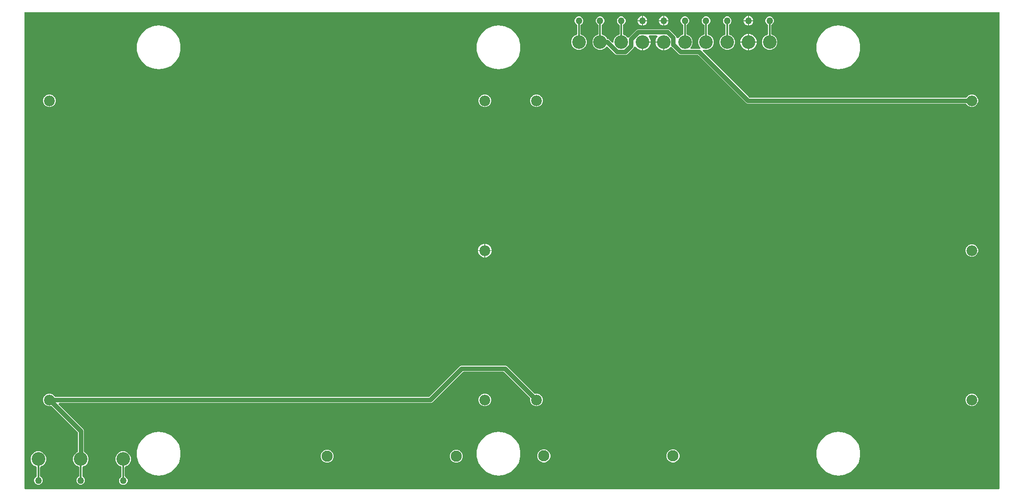
<source format=gbr>
G04 EAGLE Gerber RS-274X export*
G75*
%MOMM*%
%FSLAX34Y34*%
%LPD*%
%INBottom Copper*%
%IPPOS*%
%AMOC8*
5,1,8,0,0,1.08239X$1,22.5*%
G01*
G04 Define Apertures*
%ADD10C,2.019300*%
%ADD11C,2.095500*%
%ADD12C,2.552700*%
%ADD13C,1.270000*%
%ADD14C,0.304800*%
%ADD15C,0.812800*%
%ADD16C,0.604000*%
%ADD17C,0.975000*%
G36*
X1824951Y3971D02*
X1824158Y3810D01*
X5842Y3810D01*
X5110Y3947D01*
X4428Y4382D01*
X3971Y5049D01*
X3810Y5842D01*
X3810Y894158D01*
X3947Y894891D01*
X4382Y895572D01*
X5049Y896029D01*
X5842Y896190D01*
X1824158Y896190D01*
X1824891Y896053D01*
X1825572Y895618D01*
X1826029Y894951D01*
X1826190Y894158D01*
X1826190Y5842D01*
X1826053Y5110D01*
X1825618Y4428D01*
X1824951Y3971D01*
G37*
%LPC*%
G36*
X1189510Y880762D02*
X1197638Y880762D01*
X1197638Y888890D01*
X1196632Y888890D01*
X1193364Y887537D01*
X1190863Y885036D01*
X1189510Y881768D01*
X1189510Y880762D01*
G37*
G36*
X1149910Y880762D02*
X1158038Y880762D01*
X1158038Y888890D01*
X1157032Y888890D01*
X1153764Y887537D01*
X1151263Y885036D01*
X1149910Y881768D01*
X1149910Y880762D01*
G37*
G36*
X1347910Y880762D02*
X1356038Y880762D01*
X1356038Y888890D01*
X1355032Y888890D01*
X1351764Y887537D01*
X1349263Y885036D01*
X1347910Y881768D01*
X1347910Y880762D01*
G37*
G36*
X1357562Y880762D02*
X1365690Y880762D01*
X1365690Y881768D01*
X1364337Y885036D01*
X1361836Y887537D01*
X1358568Y888890D01*
X1357562Y888890D01*
X1357562Y880762D01*
G37*
G36*
X1159562Y880762D02*
X1167690Y880762D01*
X1167690Y881768D01*
X1166337Y885036D01*
X1163836Y887537D01*
X1160568Y888890D01*
X1159562Y888890D01*
X1159562Y880762D01*
G37*
G36*
X1199162Y880762D02*
X1207290Y880762D01*
X1207290Y881768D01*
X1205937Y885036D01*
X1203436Y887537D01*
X1200168Y888890D01*
X1199162Y888890D01*
X1199162Y880762D01*
G37*
G36*
X1393558Y825713D02*
X1399242Y825713D01*
X1404493Y827888D01*
X1408512Y831907D01*
X1410688Y837158D01*
X1410688Y842842D01*
X1408512Y848093D01*
X1404493Y852112D01*
X1400702Y853683D01*
X1400066Y854100D01*
X1399609Y854767D01*
X1399448Y855560D01*
X1399448Y871382D01*
X1399591Y872130D01*
X1400032Y872807D01*
X1400702Y873259D01*
X1400860Y873325D01*
X1403075Y875540D01*
X1404274Y878434D01*
X1404274Y881566D01*
X1403075Y884460D01*
X1400860Y886675D01*
X1397966Y887874D01*
X1394834Y887874D01*
X1391940Y886675D01*
X1389725Y884460D01*
X1388526Y881566D01*
X1388526Y878434D01*
X1389725Y875540D01*
X1391940Y873325D01*
X1392098Y873259D01*
X1392734Y872842D01*
X1393191Y872175D01*
X1393352Y871382D01*
X1393352Y855560D01*
X1393209Y854812D01*
X1392768Y854135D01*
X1392098Y853683D01*
X1388307Y852112D01*
X1384288Y848093D01*
X1382113Y842842D01*
X1382113Y837158D01*
X1384288Y831907D01*
X1388307Y827888D01*
X1393558Y825713D01*
G37*
G36*
X1314358Y825713D02*
X1320042Y825713D01*
X1325293Y827888D01*
X1329312Y831907D01*
X1331488Y837158D01*
X1331488Y842842D01*
X1329312Y848093D01*
X1325293Y852112D01*
X1321502Y853683D01*
X1320866Y854100D01*
X1320409Y854767D01*
X1320248Y855560D01*
X1320248Y871382D01*
X1320391Y872130D01*
X1320832Y872807D01*
X1321502Y873259D01*
X1321660Y873325D01*
X1323875Y875540D01*
X1325074Y878434D01*
X1325074Y881566D01*
X1323875Y884460D01*
X1321660Y886675D01*
X1318766Y887874D01*
X1315634Y887874D01*
X1312740Y886675D01*
X1310525Y884460D01*
X1309326Y881566D01*
X1309326Y878434D01*
X1310525Y875540D01*
X1312740Y873325D01*
X1312898Y873259D01*
X1313534Y872842D01*
X1313991Y872175D01*
X1314152Y871382D01*
X1314152Y855560D01*
X1314009Y854812D01*
X1313568Y854135D01*
X1312898Y853683D01*
X1309107Y852112D01*
X1305088Y848093D01*
X1302913Y842842D01*
X1302913Y837158D01*
X1305088Y831907D01*
X1309107Y827888D01*
X1314358Y825713D01*
G37*
G36*
X1037158Y825713D02*
X1042842Y825713D01*
X1048093Y827888D01*
X1052112Y831907D01*
X1054288Y837158D01*
X1054288Y842842D01*
X1052112Y848093D01*
X1048093Y852112D01*
X1044302Y853683D01*
X1043666Y854100D01*
X1043209Y854767D01*
X1043048Y855560D01*
X1043048Y871382D01*
X1043191Y872130D01*
X1043632Y872807D01*
X1044302Y873259D01*
X1044460Y873325D01*
X1046675Y875540D01*
X1047874Y878434D01*
X1047874Y881566D01*
X1046675Y884460D01*
X1044460Y886675D01*
X1041566Y887874D01*
X1038434Y887874D01*
X1035540Y886675D01*
X1033325Y884460D01*
X1032126Y881566D01*
X1032126Y878434D01*
X1033325Y875540D01*
X1035540Y873325D01*
X1035698Y873259D01*
X1036334Y872842D01*
X1036791Y872175D01*
X1036952Y871382D01*
X1036952Y855560D01*
X1036809Y854812D01*
X1036368Y854135D01*
X1035698Y853683D01*
X1031907Y852112D01*
X1027888Y848093D01*
X1025713Y842842D01*
X1025713Y837158D01*
X1027888Y831907D01*
X1031907Y827888D01*
X1037158Y825713D01*
G37*
G36*
X1771891Y718582D02*
X1776513Y718582D01*
X1780784Y720351D01*
X1784053Y723620D01*
X1785823Y727891D01*
X1785823Y732513D01*
X1784053Y736784D01*
X1780784Y740053D01*
X1776513Y741823D01*
X1771891Y741823D01*
X1767620Y740053D01*
X1764167Y736601D01*
X1764041Y736408D01*
X1763374Y735951D01*
X1762581Y735790D01*
X1359606Y735790D01*
X1358844Y735939D01*
X1358169Y736385D01*
X1271882Y822672D01*
X1271481Y823243D01*
X1271289Y824028D01*
X1271418Y824826D01*
X1271849Y825511D01*
X1272512Y825974D01*
X1273303Y826141D01*
X1274097Y825986D01*
X1274758Y825713D01*
X1280442Y825713D01*
X1285693Y827888D01*
X1289712Y831907D01*
X1291888Y837158D01*
X1291888Y842842D01*
X1289712Y848093D01*
X1285693Y852112D01*
X1281902Y853683D01*
X1281266Y854100D01*
X1280809Y854767D01*
X1280648Y855560D01*
X1280648Y871382D01*
X1280791Y872130D01*
X1281232Y872807D01*
X1281902Y873259D01*
X1282060Y873325D01*
X1284275Y875540D01*
X1285474Y878434D01*
X1285474Y881566D01*
X1284275Y884460D01*
X1282060Y886675D01*
X1279166Y887874D01*
X1276034Y887874D01*
X1273140Y886675D01*
X1270925Y884460D01*
X1269726Y881566D01*
X1269726Y878434D01*
X1270925Y875540D01*
X1273140Y873325D01*
X1273298Y873259D01*
X1273934Y872842D01*
X1274391Y872175D01*
X1274552Y871382D01*
X1274552Y855560D01*
X1274409Y854812D01*
X1273968Y854135D01*
X1273298Y853683D01*
X1269507Y852112D01*
X1265488Y848093D01*
X1263313Y842842D01*
X1263313Y837158D01*
X1265488Y831907D01*
X1266689Y830705D01*
X1267097Y830120D01*
X1267283Y829333D01*
X1267148Y828536D01*
X1266712Y827855D01*
X1266045Y827397D01*
X1265252Y827237D01*
X1250348Y827237D01*
X1249646Y827362D01*
X1248957Y827787D01*
X1248490Y828446D01*
X1248316Y829236D01*
X1248464Y830031D01*
X1248911Y830705D01*
X1250112Y831907D01*
X1252288Y837158D01*
X1252288Y842842D01*
X1250112Y848093D01*
X1246093Y852112D01*
X1242302Y853683D01*
X1241666Y854100D01*
X1241209Y854767D01*
X1241048Y855560D01*
X1241048Y871382D01*
X1241191Y872130D01*
X1241632Y872807D01*
X1242302Y873259D01*
X1242460Y873325D01*
X1244675Y875540D01*
X1245874Y878434D01*
X1245874Y881566D01*
X1244675Y884460D01*
X1242460Y886675D01*
X1239566Y887874D01*
X1236434Y887874D01*
X1233540Y886675D01*
X1231325Y884460D01*
X1230126Y881566D01*
X1230126Y878434D01*
X1231325Y875540D01*
X1233540Y873325D01*
X1233698Y873259D01*
X1234334Y872842D01*
X1234791Y872175D01*
X1234952Y871382D01*
X1234952Y855560D01*
X1234809Y854812D01*
X1234368Y854135D01*
X1233698Y853683D01*
X1229907Y852112D01*
X1225711Y847916D01*
X1225111Y847501D01*
X1224322Y847322D01*
X1223526Y847464D01*
X1222848Y847905D01*
X1222397Y848575D01*
X1221489Y850767D01*
X1209167Y863089D01*
X1207113Y863940D01*
X1150087Y863940D01*
X1148033Y863089D01*
X1133612Y848667D01*
X1132997Y848246D01*
X1132207Y848073D01*
X1131412Y848221D01*
X1130738Y848667D01*
X1127293Y852112D01*
X1123502Y853683D01*
X1122866Y854100D01*
X1122409Y854767D01*
X1122248Y855560D01*
X1122248Y871382D01*
X1122391Y872130D01*
X1122832Y872807D01*
X1123502Y873259D01*
X1123660Y873325D01*
X1125875Y875540D01*
X1127074Y878434D01*
X1127074Y881566D01*
X1125875Y884460D01*
X1123660Y886675D01*
X1120766Y887874D01*
X1117634Y887874D01*
X1114740Y886675D01*
X1112525Y884460D01*
X1111326Y881566D01*
X1111326Y878434D01*
X1112525Y875540D01*
X1114740Y873325D01*
X1114898Y873259D01*
X1115534Y872842D01*
X1115991Y872175D01*
X1116152Y871382D01*
X1116152Y855560D01*
X1116009Y854812D01*
X1115568Y854135D01*
X1114898Y853683D01*
X1111107Y852112D01*
X1107088Y848093D01*
X1104913Y842842D01*
X1104913Y841143D01*
X1104787Y840441D01*
X1104362Y839753D01*
X1103703Y839285D01*
X1102913Y839111D01*
X1102118Y839259D01*
X1101444Y839706D01*
X1096412Y844737D01*
X1094359Y845588D01*
X1094108Y845588D01*
X1093360Y845731D01*
X1092682Y846172D01*
X1092230Y846842D01*
X1091712Y848093D01*
X1087693Y852112D01*
X1083902Y853683D01*
X1083266Y854100D01*
X1082809Y854767D01*
X1082648Y855560D01*
X1082648Y871382D01*
X1082791Y872130D01*
X1083232Y872807D01*
X1083902Y873259D01*
X1084060Y873325D01*
X1086275Y875540D01*
X1087474Y878434D01*
X1087474Y881566D01*
X1086275Y884460D01*
X1084060Y886675D01*
X1081166Y887874D01*
X1078034Y887874D01*
X1075140Y886675D01*
X1072925Y884460D01*
X1071726Y881566D01*
X1071726Y878434D01*
X1072925Y875540D01*
X1075140Y873325D01*
X1075298Y873259D01*
X1075934Y872842D01*
X1076391Y872175D01*
X1076552Y871382D01*
X1076552Y855560D01*
X1076409Y854812D01*
X1075968Y854135D01*
X1075298Y853683D01*
X1071507Y852112D01*
X1067488Y848093D01*
X1065313Y842842D01*
X1065313Y837158D01*
X1067488Y831907D01*
X1071507Y827888D01*
X1076758Y825713D01*
X1082442Y825713D01*
X1087693Y827888D01*
X1091138Y831333D01*
X1091753Y831754D01*
X1092543Y831927D01*
X1093338Y831779D01*
X1094012Y831333D01*
X1108433Y816911D01*
X1110487Y816061D01*
X1127913Y816061D01*
X1129967Y816911D01*
X1142289Y829233D01*
X1142776Y830409D01*
X1143171Y831021D01*
X1143831Y831489D01*
X1144621Y831663D01*
X1145416Y831514D01*
X1146090Y831068D01*
X1150131Y827026D01*
X1155756Y824697D01*
X1158038Y824697D01*
X1158038Y840762D01*
X1174104Y840762D01*
X1174104Y843044D01*
X1171774Y848669D01*
X1171148Y849295D01*
X1170740Y849880D01*
X1170554Y850667D01*
X1170689Y851464D01*
X1171125Y852145D01*
X1171792Y852603D01*
X1172585Y852764D01*
X1184615Y852764D01*
X1185318Y852638D01*
X1186006Y852213D01*
X1186474Y851554D01*
X1186647Y850764D01*
X1186499Y849969D01*
X1186052Y849295D01*
X1185426Y848669D01*
X1183097Y843044D01*
X1183097Y840762D01*
X1199162Y840762D01*
X1199162Y824697D01*
X1201444Y824697D01*
X1207069Y827026D01*
X1210657Y830614D01*
X1211271Y831036D01*
X1212061Y831209D01*
X1212856Y831061D01*
X1213530Y830614D01*
X1213872Y830272D01*
X1227233Y816911D01*
X1229287Y816061D01*
X1261847Y816061D01*
X1262610Y815912D01*
X1263284Y815465D01*
X1353285Y725465D01*
X1355338Y724614D01*
X1762581Y724614D01*
X1763328Y724472D01*
X1764006Y724030D01*
X1764144Y723827D01*
X1767620Y720351D01*
X1771891Y718582D01*
G37*
G36*
X1157032Y871110D02*
X1158038Y871110D01*
X1158038Y879238D01*
X1149910Y879238D01*
X1149910Y878232D01*
X1151263Y874964D01*
X1153764Y872463D01*
X1157032Y871110D01*
G37*
G36*
X1159562Y871110D02*
X1160568Y871110D01*
X1163836Y872463D01*
X1166337Y874964D01*
X1167690Y878232D01*
X1167690Y879238D01*
X1159562Y879238D01*
X1159562Y871110D01*
G37*
G36*
X1196632Y871110D02*
X1197638Y871110D01*
X1197638Y879238D01*
X1189510Y879238D01*
X1189510Y878232D01*
X1190863Y874964D01*
X1193364Y872463D01*
X1196632Y871110D01*
G37*
G36*
X1357562Y871110D02*
X1358568Y871110D01*
X1361836Y872463D01*
X1364337Y874964D01*
X1365690Y878232D01*
X1365690Y879238D01*
X1357562Y879238D01*
X1357562Y871110D01*
G37*
G36*
X1355032Y871110D02*
X1356038Y871110D01*
X1356038Y879238D01*
X1347910Y879238D01*
X1347910Y878232D01*
X1349263Y874964D01*
X1351764Y872463D01*
X1355032Y871110D01*
G37*
G36*
X1199162Y871110D02*
X1200168Y871110D01*
X1203436Y872463D01*
X1205937Y874964D01*
X1207290Y878232D01*
X1207290Y879238D01*
X1199162Y879238D01*
X1199162Y871110D01*
G37*
G36*
X243433Y790605D02*
X255000Y788942D01*
X266567Y790605D01*
X277198Y795460D01*
X286029Y803113D01*
X292348Y812944D01*
X295640Y824157D01*
X295640Y835843D01*
X292348Y847056D01*
X286029Y856887D01*
X277198Y864540D01*
X266567Y869395D01*
X255000Y871058D01*
X243433Y869395D01*
X232802Y864540D01*
X223971Y856887D01*
X217652Y847056D01*
X214360Y835843D01*
X214360Y824157D01*
X217652Y812944D01*
X223971Y803113D01*
X232802Y795460D01*
X243433Y790605D01*
G37*
G36*
X878433Y790605D02*
X890000Y788942D01*
X901567Y790605D01*
X912198Y795460D01*
X921029Y803113D01*
X927348Y812944D01*
X930640Y824157D01*
X930640Y835843D01*
X927348Y847056D01*
X921029Y856887D01*
X912198Y864540D01*
X901567Y869395D01*
X890000Y871058D01*
X878433Y869395D01*
X867802Y864540D01*
X858971Y856887D01*
X852652Y847056D01*
X849360Y835843D01*
X849360Y824157D01*
X852652Y812944D01*
X858971Y803113D01*
X867802Y795460D01*
X878433Y790605D01*
G37*
G36*
X1513433Y790605D02*
X1525000Y788942D01*
X1536567Y790605D01*
X1547198Y795460D01*
X1556029Y803113D01*
X1562348Y812944D01*
X1565640Y824157D01*
X1565640Y835843D01*
X1562348Y847056D01*
X1556029Y856887D01*
X1547198Y864540D01*
X1536567Y869395D01*
X1525000Y871058D01*
X1513433Y869395D01*
X1502802Y864540D01*
X1493971Y856887D01*
X1487652Y847056D01*
X1484360Y835843D01*
X1484360Y824157D01*
X1487652Y812944D01*
X1493971Y803113D01*
X1502802Y795460D01*
X1513433Y790605D01*
G37*
G36*
X1341497Y840762D02*
X1356038Y840762D01*
X1356038Y855304D01*
X1353756Y855304D01*
X1348131Y852974D01*
X1343826Y848669D01*
X1341497Y843044D01*
X1341497Y840762D01*
G37*
G36*
X1357562Y840762D02*
X1372104Y840762D01*
X1372104Y843044D01*
X1369774Y848669D01*
X1365469Y852974D01*
X1359844Y855304D01*
X1357562Y855304D01*
X1357562Y840762D01*
G37*
G36*
X1357562Y824697D02*
X1359844Y824697D01*
X1365469Y827026D01*
X1369774Y831331D01*
X1372104Y836956D01*
X1372104Y839238D01*
X1357562Y839238D01*
X1357562Y824697D01*
G37*
G36*
X1353756Y824697D02*
X1356038Y824697D01*
X1356038Y839238D01*
X1341497Y839238D01*
X1341497Y836956D01*
X1343826Y831331D01*
X1348131Y827026D01*
X1353756Y824697D01*
G37*
G36*
X1195356Y824697D02*
X1197638Y824697D01*
X1197638Y839238D01*
X1183097Y839238D01*
X1183097Y836956D01*
X1185426Y831331D01*
X1189731Y827026D01*
X1195356Y824697D01*
G37*
G36*
X1159562Y824697D02*
X1161844Y824697D01*
X1167469Y827026D01*
X1171774Y831331D01*
X1174104Y836956D01*
X1174104Y839238D01*
X1159562Y839238D01*
X1159562Y824697D01*
G37*
G36*
X958329Y718582D02*
X962951Y718582D01*
X967222Y720351D01*
X970491Y723620D01*
X972261Y727891D01*
X972261Y732513D01*
X970491Y736784D01*
X967222Y740053D01*
X962951Y741823D01*
X958329Y741823D01*
X954058Y740053D01*
X950789Y736784D01*
X949020Y732513D01*
X949020Y727891D01*
X950789Y723620D01*
X954058Y720351D01*
X958329Y718582D01*
G37*
G36*
X861891Y718582D02*
X866513Y718582D01*
X870784Y720351D01*
X874053Y723620D01*
X875823Y727891D01*
X875823Y732513D01*
X874053Y736784D01*
X870784Y740053D01*
X866513Y741823D01*
X861891Y741823D01*
X857620Y740053D01*
X854351Y736784D01*
X852582Y732513D01*
X852582Y727891D01*
X854351Y723620D01*
X857620Y720351D01*
X861891Y718582D01*
G37*
G36*
X48329Y718582D02*
X52951Y718582D01*
X57222Y720351D01*
X60491Y723620D01*
X62261Y727891D01*
X62261Y732513D01*
X60491Y736784D01*
X57222Y740053D01*
X52951Y741823D01*
X48329Y741823D01*
X44058Y740053D01*
X40789Y736784D01*
X39020Y732513D01*
X39020Y727891D01*
X40789Y723620D01*
X44058Y720351D01*
X48329Y718582D01*
G37*
G36*
X851566Y450802D02*
X863440Y450802D01*
X863440Y462677D01*
X861688Y462677D01*
X857044Y460753D01*
X853489Y457198D01*
X851566Y452554D01*
X851566Y450802D01*
G37*
G36*
X864964Y450802D02*
X876839Y450802D01*
X876839Y452554D01*
X874915Y457198D01*
X871360Y460753D01*
X866716Y462677D01*
X864964Y462677D01*
X864964Y450802D01*
G37*
G36*
X1771891Y438420D02*
X1776513Y438420D01*
X1780784Y440189D01*
X1784053Y443458D01*
X1785823Y447729D01*
X1785823Y452351D01*
X1784053Y456622D01*
X1780784Y459891D01*
X1776513Y461661D01*
X1771891Y461661D01*
X1767620Y459891D01*
X1764351Y456622D01*
X1762582Y452351D01*
X1762582Y447729D01*
X1764351Y443458D01*
X1767620Y440189D01*
X1771891Y438420D01*
G37*
G36*
X864964Y437404D02*
X866716Y437404D01*
X871360Y439327D01*
X874915Y442882D01*
X876839Y447526D01*
X876839Y449278D01*
X864964Y449278D01*
X864964Y437404D01*
G37*
G36*
X861688Y437404D02*
X863440Y437404D01*
X863440Y449278D01*
X851566Y449278D01*
X851566Y447526D01*
X853489Y442882D01*
X857044Y439327D01*
X861688Y437404D01*
G37*
G36*
X107418Y12126D02*
X110550Y12126D01*
X113444Y13325D01*
X115659Y15540D01*
X116858Y18434D01*
X116858Y21566D01*
X115659Y24460D01*
X113403Y26716D01*
X112866Y27069D01*
X112409Y27736D01*
X112248Y28529D01*
X112248Y44440D01*
X112391Y45188D01*
X112832Y45865D01*
X113502Y46317D01*
X117293Y47888D01*
X121312Y51907D01*
X123488Y57158D01*
X123488Y62842D01*
X121312Y68093D01*
X117293Y72112D01*
X116538Y72425D01*
X115902Y72843D01*
X115444Y73510D01*
X115283Y74303D01*
X115283Y113204D01*
X114433Y115258D01*
X68107Y161583D01*
X67699Y162168D01*
X67513Y162955D01*
X67649Y163753D01*
X68085Y164434D01*
X68752Y164891D01*
X69544Y165052D01*
X763826Y165052D01*
X765879Y165903D01*
X822647Y222671D01*
X823292Y223105D01*
X824084Y223266D01*
X899270Y223266D01*
X900032Y223117D01*
X900707Y222671D01*
X948471Y174906D01*
X948899Y174276D01*
X949066Y173485D01*
X949020Y173244D01*
X949020Y168329D01*
X950789Y164058D01*
X954058Y160789D01*
X958329Y159020D01*
X962951Y159020D01*
X967222Y160789D01*
X970491Y164058D01*
X972261Y168329D01*
X972261Y172951D01*
X970491Y177222D01*
X967222Y180491D01*
X962951Y182261D01*
X958069Y182261D01*
X957843Y182214D01*
X957048Y182362D01*
X956374Y182809D01*
X905591Y233591D01*
X903538Y234442D01*
X819816Y234442D01*
X817763Y233591D01*
X760995Y176823D01*
X760350Y176389D01*
X759558Y176228D01*
X62261Y176228D01*
X61514Y176371D01*
X60836Y176812D01*
X60699Y177015D01*
X57222Y180491D01*
X52951Y182261D01*
X48329Y182261D01*
X44058Y180491D01*
X40789Y177222D01*
X39020Y172951D01*
X39020Y168329D01*
X40789Y164058D01*
X44058Y160789D01*
X48329Y159020D01*
X52951Y159020D01*
X53051Y159061D01*
X53796Y159215D01*
X54591Y159067D01*
X55265Y158620D01*
X103512Y110373D01*
X103946Y109729D01*
X104107Y108936D01*
X104107Y74713D01*
X103965Y73965D01*
X103524Y73288D01*
X102853Y72836D01*
X101107Y72112D01*
X97088Y68093D01*
X94913Y62842D01*
X94913Y57158D01*
X97088Y51907D01*
X101107Y47888D01*
X104898Y46317D01*
X105534Y45900D01*
X105991Y45233D01*
X106152Y44440D01*
X106152Y28707D01*
X106009Y27960D01*
X105568Y27282D01*
X104898Y26830D01*
X104524Y26675D01*
X102309Y24460D01*
X101110Y21566D01*
X101110Y18434D01*
X102309Y15540D01*
X104524Y13325D01*
X107418Y12126D01*
G37*
G36*
X861891Y159020D02*
X866513Y159020D01*
X870784Y160789D01*
X874053Y164058D01*
X875823Y168329D01*
X875823Y172951D01*
X874053Y177222D01*
X870784Y180491D01*
X866513Y182261D01*
X861891Y182261D01*
X857620Y180491D01*
X854351Y177222D01*
X852582Y172951D01*
X852582Y168329D01*
X854351Y164058D01*
X857620Y160789D01*
X861891Y159020D01*
G37*
G36*
X1771891Y159020D02*
X1776513Y159020D01*
X1780784Y160789D01*
X1784053Y164058D01*
X1785823Y168329D01*
X1785823Y172951D01*
X1784053Y177222D01*
X1780784Y180491D01*
X1776513Y182261D01*
X1771891Y182261D01*
X1767620Y180491D01*
X1764351Y177222D01*
X1762582Y172951D01*
X1762582Y168329D01*
X1764351Y164058D01*
X1767620Y160789D01*
X1771891Y159020D01*
G37*
G36*
X243433Y30605D02*
X255000Y28942D01*
X266567Y30605D01*
X277198Y35460D01*
X286029Y43113D01*
X292348Y52944D01*
X295640Y64157D01*
X295640Y75843D01*
X292348Y87056D01*
X286029Y96887D01*
X277198Y104540D01*
X266567Y109395D01*
X255000Y111058D01*
X243433Y109395D01*
X232802Y104540D01*
X223971Y96887D01*
X217652Y87056D01*
X214360Y75843D01*
X214360Y64157D01*
X217652Y52944D01*
X223971Y43113D01*
X232802Y35460D01*
X243433Y30605D01*
G37*
G36*
X878433Y30605D02*
X890000Y28942D01*
X901567Y30605D01*
X912198Y35460D01*
X921029Y43113D01*
X927348Y52944D01*
X930640Y64157D01*
X930640Y75843D01*
X927348Y87056D01*
X921029Y96887D01*
X912198Y104540D01*
X901567Y109395D01*
X890000Y111058D01*
X878433Y109395D01*
X867802Y104540D01*
X858971Y96887D01*
X852652Y87056D01*
X849360Y75843D01*
X849360Y64157D01*
X852652Y52944D01*
X858971Y43113D01*
X867802Y35460D01*
X878433Y30605D01*
G37*
G36*
X1513433Y30605D02*
X1525000Y28942D01*
X1536567Y30605D01*
X1547198Y35460D01*
X1556029Y43113D01*
X1562348Y52944D01*
X1565640Y64157D01*
X1565640Y75843D01*
X1562348Y87056D01*
X1556029Y96887D01*
X1547198Y104540D01*
X1536567Y109395D01*
X1525000Y111058D01*
X1513433Y109395D01*
X1502802Y104540D01*
X1493971Y96887D01*
X1487652Y87056D01*
X1484360Y75843D01*
X1484360Y64157D01*
X1487652Y52944D01*
X1493971Y43113D01*
X1502802Y35460D01*
X1513433Y30605D01*
G37*
G36*
X1213539Y53757D02*
X1218313Y53757D01*
X1222724Y55584D01*
X1226100Y58960D01*
X1227928Y63371D01*
X1227928Y68145D01*
X1226100Y72556D01*
X1222724Y75932D01*
X1218313Y77760D01*
X1213539Y77760D01*
X1209128Y75932D01*
X1205752Y72556D01*
X1203925Y68145D01*
X1203925Y63371D01*
X1205752Y58960D01*
X1209128Y55584D01*
X1213539Y53757D01*
G37*
G36*
X972239Y53757D02*
X977013Y53757D01*
X981424Y55584D01*
X984800Y58960D01*
X986628Y63371D01*
X986628Y68145D01*
X984800Y72556D01*
X981424Y75932D01*
X977013Y77760D01*
X972239Y77760D01*
X967828Y75932D01*
X964452Y72556D01*
X962625Y68145D01*
X962625Y63371D01*
X964452Y58960D01*
X967828Y55584D01*
X972239Y53757D01*
G37*
G36*
X808641Y53555D02*
X813415Y53555D01*
X817826Y55382D01*
X821202Y58758D01*
X823030Y63169D01*
X823030Y67943D01*
X821202Y72354D01*
X817826Y75730D01*
X813415Y77558D01*
X808641Y77558D01*
X804230Y75730D01*
X800854Y72354D01*
X799027Y67943D01*
X799027Y63169D01*
X800854Y58758D01*
X804230Y55382D01*
X808641Y53555D01*
G37*
G36*
X567341Y53555D02*
X572115Y53555D01*
X576526Y55382D01*
X579902Y58758D01*
X581730Y63169D01*
X581730Y67943D01*
X579902Y72354D01*
X576526Y75730D01*
X572115Y77558D01*
X567341Y77558D01*
X562930Y75730D01*
X559554Y72354D01*
X557727Y67943D01*
X557727Y63169D01*
X559554Y58758D01*
X562930Y55382D01*
X567341Y53555D01*
G37*
G36*
X187164Y11872D02*
X190296Y11872D01*
X193190Y13071D01*
X195405Y15286D01*
X196604Y18180D01*
X196604Y21312D01*
X195405Y24206D01*
X193190Y26421D01*
X192702Y26623D01*
X192066Y27041D01*
X191609Y27708D01*
X191448Y28501D01*
X191448Y44440D01*
X191591Y45188D01*
X192032Y45865D01*
X192702Y46317D01*
X196493Y47888D01*
X200512Y51907D01*
X202688Y57158D01*
X202688Y62842D01*
X200512Y68093D01*
X196493Y72112D01*
X191242Y74288D01*
X185558Y74288D01*
X180307Y72112D01*
X176288Y68093D01*
X174113Y62842D01*
X174113Y57158D01*
X176288Y51907D01*
X180307Y47888D01*
X184098Y46317D01*
X184734Y45900D01*
X185191Y45233D01*
X185352Y44440D01*
X185352Y29982D01*
X185285Y29600D01*
X185337Y28303D01*
X185196Y27474D01*
X184755Y26797D01*
X184417Y26569D01*
X182055Y24206D01*
X180856Y21312D01*
X180856Y18180D01*
X182055Y15286D01*
X184270Y13071D01*
X187164Y11872D01*
G37*
G36*
X28434Y12126D02*
X31566Y12126D01*
X34460Y13325D01*
X36675Y15540D01*
X37874Y18434D01*
X37874Y21566D01*
X36675Y24460D01*
X34460Y26675D01*
X34302Y26741D01*
X33666Y27158D01*
X33209Y27825D01*
X33048Y28618D01*
X33048Y44440D01*
X33191Y45188D01*
X33632Y45865D01*
X34302Y46317D01*
X38093Y47888D01*
X42112Y51907D01*
X44288Y57158D01*
X44288Y62842D01*
X42112Y68093D01*
X38093Y72112D01*
X32842Y74288D01*
X27158Y74288D01*
X21907Y72112D01*
X17888Y68093D01*
X15713Y62842D01*
X15713Y57158D01*
X17888Y51907D01*
X21907Y47888D01*
X25698Y46317D01*
X26334Y45900D01*
X26791Y45233D01*
X26952Y44440D01*
X26952Y28618D01*
X26809Y27870D01*
X26368Y27193D01*
X25698Y26741D01*
X25540Y26675D01*
X23325Y24460D01*
X22126Y21566D01*
X22126Y18434D01*
X23325Y15540D01*
X25540Y13325D01*
X28434Y12126D01*
G37*
%LPD*%
D10*
X50640Y730202D03*
X50640Y170640D03*
X864202Y730202D03*
X864202Y450040D03*
X864202Y170640D03*
X960640Y730202D03*
X960640Y170640D03*
X1774202Y730202D03*
X1774202Y450040D03*
X1774202Y170640D03*
D11*
X569728Y65556D03*
X811028Y65556D03*
X974626Y65758D03*
X1215926Y65758D03*
D12*
X30000Y60000D03*
X109200Y60000D03*
X1396400Y840000D03*
X1277600Y840000D03*
X1356800Y840000D03*
X1119200Y840000D03*
X1079600Y840000D03*
X1040000Y840000D03*
X188400Y60000D03*
X1317200Y840000D03*
D13*
X30000Y20000D03*
X108984Y20000D03*
X188730Y19746D03*
X1356800Y880000D03*
X1277600Y880000D03*
X1396400Y880000D03*
X1317200Y880000D03*
X1079600Y880000D03*
X1119200Y880000D03*
X1040000Y880000D03*
D12*
X1198400Y840000D03*
X1158800Y840000D03*
X1238000Y840000D03*
D13*
X1198400Y880000D03*
X1158800Y880000D03*
X1238000Y880000D03*
D14*
X30000Y60000D02*
X30000Y20000D01*
D15*
X109695Y112093D02*
X51148Y170640D01*
X50640Y170640D01*
X762714Y170640D01*
X820928Y228854D01*
X902426Y228854D01*
X960640Y170640D01*
D14*
X109200Y60000D02*
X109200Y20004D01*
X108984Y20000D01*
D15*
X109695Y60495D02*
X109695Y112093D01*
X109695Y60495D02*
X109200Y60000D01*
D16*
X1746504Y867918D03*
X1635252Y842010D03*
D15*
X340106Y114554D02*
X339090Y115570D01*
D17*
X362712Y102362D03*
D14*
X1119200Y840000D02*
X1119200Y880000D01*
X1040000Y880000D02*
X1040000Y840000D01*
X188400Y27996D02*
X188730Y19746D01*
X188400Y27996D02*
X188400Y60000D01*
X1317200Y840000D02*
X1317200Y880000D01*
X1396400Y880000D02*
X1396400Y840000D01*
X1238000Y840000D02*
X1238000Y880000D01*
X1277600Y880000D02*
X1277600Y840000D01*
X1079600Y840000D02*
X1079600Y880000D01*
D15*
X1356450Y730202D02*
X1774202Y730202D01*
X1216752Y847602D02*
X1206002Y858352D01*
X1137552Y832399D02*
X1126802Y821649D01*
X1111599Y821649D01*
X1265004Y821649D02*
X1356450Y730202D01*
X1093247Y840000D02*
X1079600Y840000D01*
X1230399Y821649D02*
X1265004Y821649D01*
X1111599Y821649D02*
X1093247Y840000D01*
X1216752Y835296D02*
X1230399Y821649D01*
X1216752Y835296D02*
X1216752Y847602D01*
X1151199Y858352D02*
X1137552Y844705D01*
X1137552Y832399D01*
X1151199Y858352D02*
X1206002Y858352D01*
M02*

</source>
